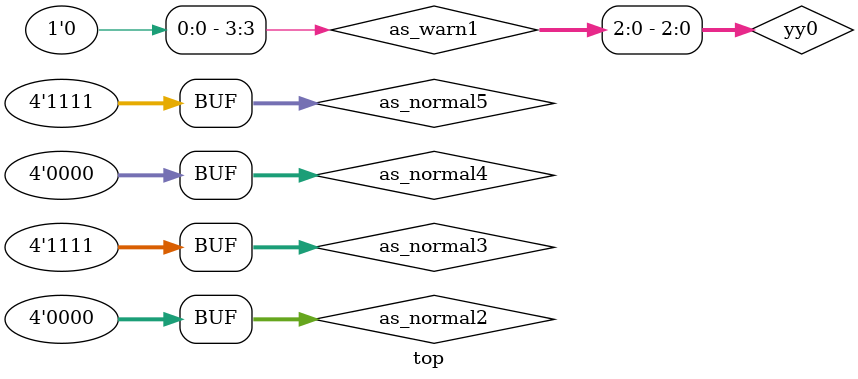
<source format=sv>
module top ;

  wire cond;
  wire [3:0] xx0, xx1, xx2;
  wire [2:0] yy0, yy1, yy2;


  wire [3:0] as_normal1 = xx0;
  wire [3:0] as_normal2 = 0;
  wire [3:0] as_normal3 = 15;
  wire [3:0] as_normal4 = '0;
  wire [3:0] as_normal5 = '1;

  wire [3:0] as_warn1 = yy0;         // warn because 2-bit answer gets extended to 4 bits
  wire [3:0] as_warn2 = yy0 & yy2;   // warn because 3-bit answer gets extended to 4 bits
  wire [3:0] as_warn3 = xx0 < xx1;   // warn because 1-bit answer gets extended to 4 bits



endmodule

</source>
